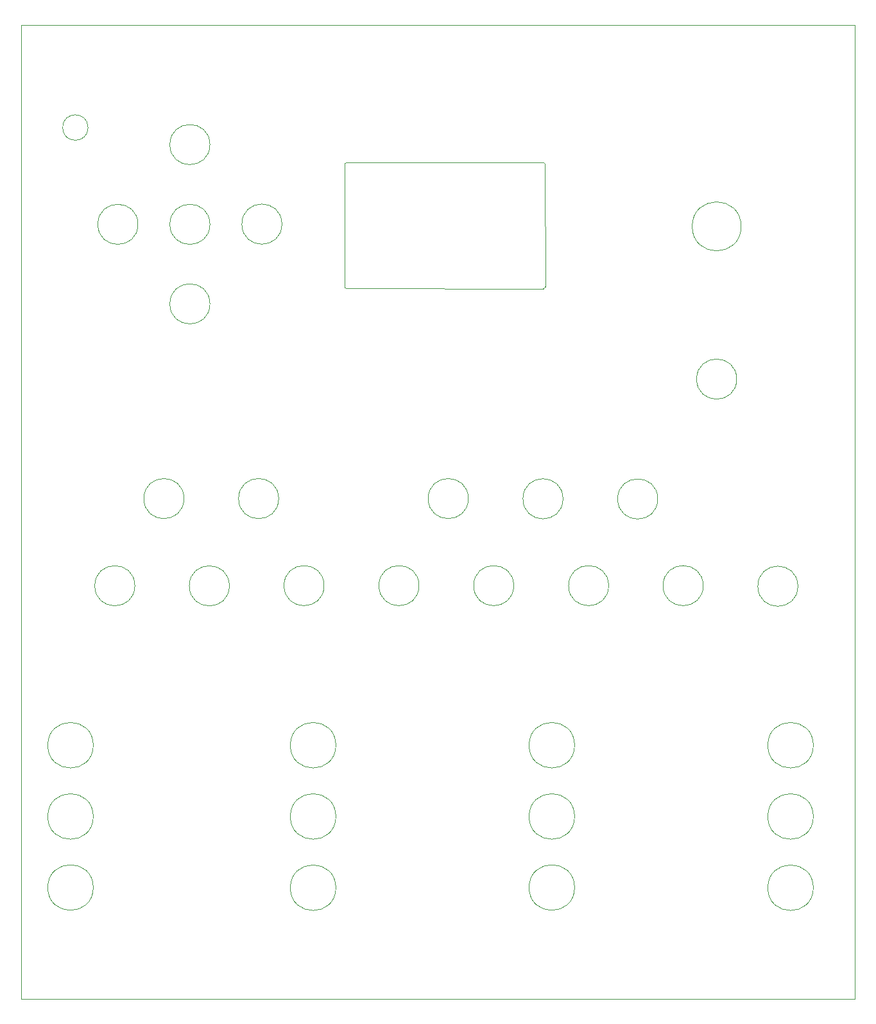
<source format=gm1>
G04 #@! TF.GenerationSoftware,KiCad,Pcbnew,(6.0.0)*
G04 #@! TF.CreationDate,2022-04-07T00:01:17+02:00*
G04 #@! TF.ProjectId,GenerativeEngineFaceplate,47656e65-7261-4746-9976-65456e67696e,rev?*
G04 #@! TF.SameCoordinates,Original*
G04 #@! TF.FileFunction,Profile,NP*
%FSLAX46Y46*%
G04 Gerber Fmt 4.6, Leading zero omitted, Abs format (unit mm)*
G04 Created by KiCad (PCBNEW (6.0.0)) date 2022-04-07 00:01:17*
%MOMM*%
%LPD*%
G01*
G04 APERTURE LIST*
G04 #@! TA.AperFunction,Profile*
%ADD10C,0.100000*%
G04 #@! TD*
G04 APERTURE END LIST*
D10*
X46488558Y-141732000D02*
G75*
G03*
X46488558Y-141732000I-3003758J0D01*
G01*
X141484558Y-141732000D02*
G75*
G03*
X141484558Y-141732000I-3003758J0D01*
G01*
X76939163Y-111290100D02*
G75*
G03*
X76939163Y-111290100I-2644163J0D01*
G01*
X131371363Y-84051163D02*
G75*
G03*
X131371363Y-84051163I-2644163J0D01*
G01*
X61876963Y-74129900D02*
G75*
G03*
X61876963Y-74129900I-2644163J0D01*
G01*
X146984200Y-165834400D02*
X146984200Y-37334400D01*
X45796970Y-50876200D02*
G75*
G03*
X45796970Y-50876200I-1677170J0D01*
G01*
X71376563Y-63614300D02*
G75*
G03*
X71376563Y-63614300I-2644163J0D01*
G01*
X120957363Y-99860100D02*
G75*
G03*
X120957363Y-99860100I-2644163J0D01*
G01*
X146984200Y-165834400D02*
X36984200Y-165834400D01*
X141484558Y-151130000D02*
G75*
G03*
X141484558Y-151130000I-3003758J0D01*
G01*
X114480363Y-111290100D02*
G75*
G03*
X114480363Y-111290100I-2644163J0D01*
G01*
X131956598Y-63909997D02*
G75*
G03*
X131956598Y-63909997I-3229398J0D01*
G01*
X46488558Y-132334000D02*
G75*
G03*
X46488558Y-132334000I-3003758J0D01*
G01*
X109988558Y-151104600D02*
G75*
G03*
X109988558Y-151104600I-3003758J0D01*
G01*
X101958163Y-111290100D02*
G75*
G03*
X101958163Y-111290100I-2644163J0D01*
G01*
X146984200Y-37334400D02*
X36984200Y-37334400D01*
X79656205Y-71856600D02*
X79659805Y-55771405D01*
X52377363Y-63639700D02*
G75*
G03*
X52377363Y-63639700I-2644163J0D01*
G01*
X46488558Y-151104600D02*
G75*
G03*
X46488558Y-151104600I-3003758J0D01*
G01*
X51970963Y-111302800D02*
G75*
G03*
X51970963Y-111302800I-2644163J0D01*
G01*
X58447963Y-99809300D02*
G75*
G03*
X58447963Y-99809300I-2644163J0D01*
G01*
X126951763Y-111290100D02*
G75*
G03*
X126951763Y-111290100I-2644163J0D01*
G01*
X64442363Y-111315500D02*
G75*
G03*
X64442363Y-111315500I-2644163J0D01*
G01*
X141484558Y-132334000D02*
G75*
G03*
X141484558Y-132334000I-3003758J0D01*
G01*
X79656205Y-71856600D02*
G75*
G03*
X79910205Y-72110600I254000J0D01*
G01*
X78492558Y-141732000D02*
G75*
G03*
X78492558Y-141732000I-3003758J0D01*
G01*
X105865395Y-72134195D02*
X79910205Y-72110600D01*
X78492558Y-132334000D02*
G75*
G03*
X78492558Y-132334000I-3003758J0D01*
G01*
X106098595Y-55751405D02*
G75*
G03*
X105844595Y-55497405I-254000J0D01*
G01*
X79913805Y-55517405D02*
X105844595Y-55497405D01*
X36984200Y-165834400D02*
X36984200Y-37334400D01*
X106098595Y-55751405D02*
X106119395Y-71880195D01*
X61876963Y-63639700D02*
G75*
G03*
X61876963Y-63639700I-2644163J0D01*
G01*
X78492558Y-151130000D02*
G75*
G03*
X78492558Y-151130000I-3003758J0D01*
G01*
X105865395Y-72134195D02*
G75*
G03*
X106119395Y-71880195I0J254000D01*
G01*
X95963763Y-99809300D02*
G75*
G03*
X95963763Y-99809300I-2644163J0D01*
G01*
X139448563Y-111366300D02*
G75*
G03*
X139448563Y-111366300I-2644163J0D01*
G01*
X61876963Y-53124100D02*
G75*
G03*
X61876963Y-53124100I-2644163J0D01*
G01*
X70944763Y-99809300D02*
G75*
G03*
X70944763Y-99809300I-2644163J0D01*
G01*
X79913805Y-55517405D02*
G75*
G03*
X79659805Y-55771405I0J-254000D01*
G01*
X108460563Y-99834700D02*
G75*
G03*
X108460563Y-99834700I-2644163J0D01*
G01*
X89461363Y-111290100D02*
G75*
G03*
X89461363Y-111290100I-2644163J0D01*
G01*
X109988558Y-141732000D02*
G75*
G03*
X109988558Y-141732000I-3003758J0D01*
G01*
X109988558Y-132334000D02*
G75*
G03*
X109988558Y-132334000I-3003758J0D01*
G01*
M02*

</source>
